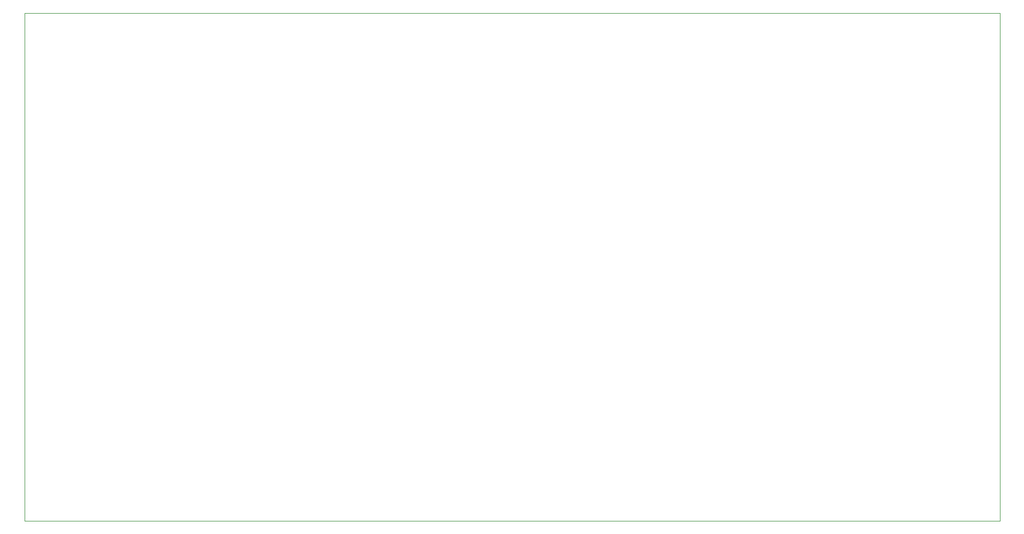
<source format=gbr>
%TF.GenerationSoftware,KiCad,Pcbnew,8.0.6*%
%TF.CreationDate,2024-12-27T13:10:45+11:00*%
%TF.ProjectId,drone_remote,64726f6e-655f-4726-956d-6f74652e6b69,rev?*%
%TF.SameCoordinates,Original*%
%TF.FileFunction,Profile,NP*%
%FSLAX46Y46*%
G04 Gerber Fmt 4.6, Leading zero omitted, Abs format (unit mm)*
G04 Created by KiCad (PCBNEW 8.0.6) date 2024-12-27 13:10:45*
%MOMM*%
%LPD*%
G01*
G04 APERTURE LIST*
%TA.AperFunction,Profile*%
%ADD10C,0.050000*%
%TD*%
G04 APERTURE END LIST*
D10*
X110900000Y-73300000D02*
X261850000Y-73300000D01*
X261850000Y-152100000D01*
X110900000Y-152100000D01*
X110900000Y-73300000D01*
M02*

</source>
